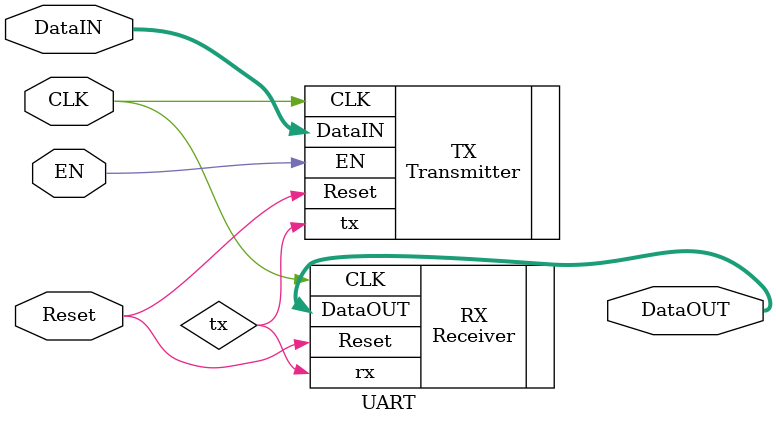
<source format=sv>
module UART (input logic CLK, EN, Reset,
             input logic [7:0] DataIN,
             output logic [7:0] DataOUT);
    logic tx;

    Transmitter TX(
        .CLK(CLK),
        .Reset(Reset),
        .EN(EN),
        .DataIN(DataIN),
        .tx(tx)
    );

    Receiver RX(
        .CLK(CLK),
        .Reset(Reset),
        .rx(tx),
        .DataOUT(DataOUT)
    );    

endmodule
</source>
